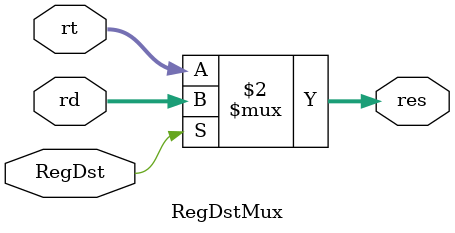
<source format=v>
`timescale 1ns / 1ps


module RegDstMux(
    input [4:0] rt,
    input [4:0] rd,
    input RegDst,
    output [4:0] res
    );
    assign res = (RegDst == 0) ? rt : rd;
endmodule

</source>
